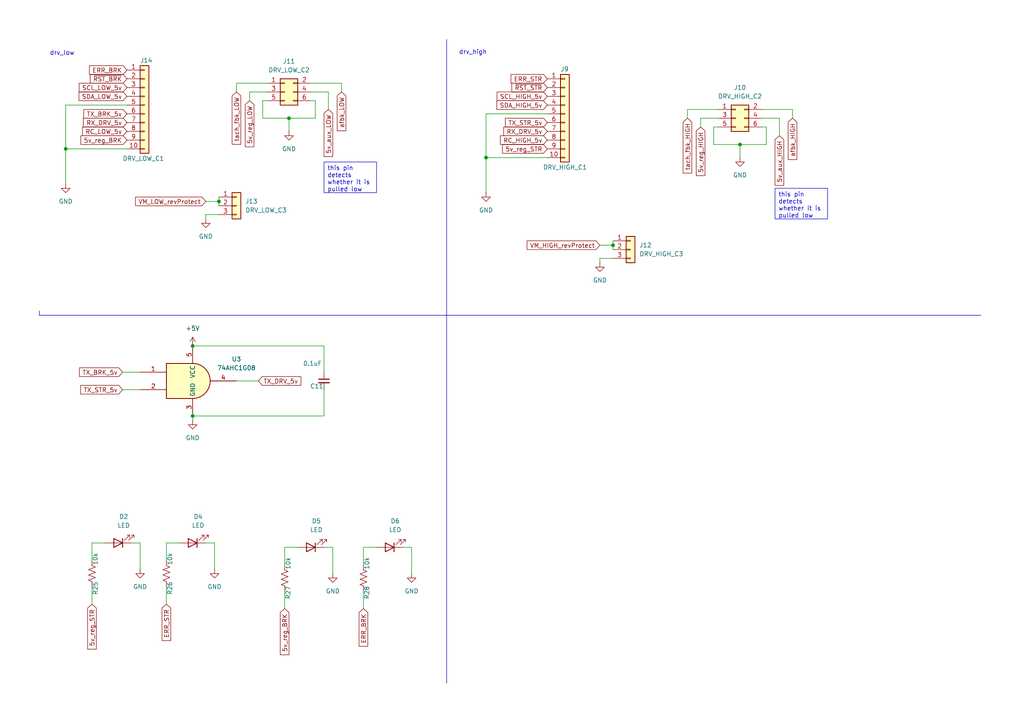
<source format=kicad_sch>
(kicad_sch (version 20231120) (generator "eeschema") (generator_version "8.0")
  (paper "A4")
  (title_block (title "AAV edge motor controller") (date "2025-02-02") (rev "1") (company "Charlie Wadds"))
  (lib_symbols
    (symbol "74xGxx:74AHC1G08"
      (property "Reference" "U" (at -2.54 3.81 0))
      (property "Value" "74AHC1G08" (at 0 -3.81 0))
      (symbol "74AHC1G08_0_1"
        (arc (start 0 -5.08) (mid 5.0579 0) (end 0 5.08) (stroke (width 0.254)) (fill (type background)))
        (polyline (pts (xy 0 -5.08) (xy -7.62 -5.08) (xy -7.62 5.08) (xy 0 5.08)) (stroke (width 0.254)) (fill (type background)))
      )
      (symbol "74AHC1G08_1_1"
        (pin input line (at -15.24 2.54 0) (length 7.62) (name "~") (number "1"))
        (pin input line (at -15.24 -2.54 0) (length 7.62) (name "~") (number "2"))
        (pin power_in line (at 0 -10.16 90) (length 5.08) (name "GND") (number "3"))
        (pin output line (at 12.7 0 180) (length 7.62) (name "~") (number "4"))
        (pin power_in line (at 0 10.16 270) (length 5.08) (name "VCC") (number "5"))
      )
    )
    (symbol "Connector_Generic:Conn_01x10" (pin_names (offset 1.016) hide)
      (property "Reference" "J" (at 0 12.7 0))
      (property "Value" "Conn_01x10" (at 0 -15.24 0))
      (symbol "Conn_01x10_1_1"
        (rectangle (start -1.27 -12.573) (end 0 -12.827) (stroke (width 0.1524)))
        (rectangle (start -1.27 -10.033) (end 0 -10.287) (stroke (width 0.1524)))
        (rectangle (start -1.27 -7.493) (end 0 -7.747) (stroke (width 0.1524)))
        (rectangle (start -1.27 -4.953) (end 0 -5.207) (stroke (width 0.1524)))
        (rectangle (start -1.27 -2.413) (end 0 -2.667) (stroke (width 0.1524)))
        (rectangle (start -1.27 0.127) (end 0 -0.127) (stroke (width 0.1524)))
        (rectangle (start -1.27 2.667) (end 0 2.413) (stroke (width 0.1524)))
        (rectangle (start -1.27 5.207) (end 0 4.953) (stroke (width 0.1524)))
        (rectangle (start -1.27 7.747) (end 0 7.493) (stroke (width 0.1524)))
        (rectangle (start -1.27 10.287) (end 0 10.033) (stroke (width 0.1524)))
        (rectangle (start -1.27 11.43) (end 1.27 -13.97) (stroke (width 0.254)) (fill (type background)))
        (pin passive line (at -5.08 10.16 0) (length 3.81) (name "Pin_1") (number "1"))
        (pin passive line (at -5.08 -12.7 0) (length 3.81) (name "Pin_10") (number "10"))
        (pin passive line (at -5.08 7.62 0) (length 3.81) (name "Pin_2") (number "2"))
        (pin passive line (at -5.08 5.08 0) (length 3.81) (name "Pin_3") (number "3"))
        (pin passive line (at -5.08 2.54 0) (length 3.81) (name "Pin_4") (number "4"))
        (pin passive line (at -5.08 0 0) (length 3.81) (name "Pin_5") (number "5"))
        (pin passive line (at -5.08 -2.54 0) (length 3.81) (name "Pin_6") (number "6"))
        (pin passive line (at -5.08 -5.08 0) (length 3.81) (name "Pin_7") (number "7"))
        (pin passive line (at -5.08 -7.62 0) (length 3.81) (name "Pin_8") (number "8"))
        (pin passive line (at -5.08 -10.16 0) (length 3.81) (name "Pin_9") (number "9"))
      )
    )
    (symbol "Device:C_Small" (pin_numbers hide) (pin_names (offset 0.254) hide)
      (property "Reference" "C" (at 0.254 1.778 0))
      (property "Value" "C_Small" (at 0.254 -2.032 0))
      (symbol "C_Small_0_1"
        (polyline (pts (xy -1.524 -0.508) (xy 1.524 -0.508)) (stroke (width 0.3302)))
        (polyline (pts (xy -1.524 0.508) (xy 1.524 0.508)) (stroke (width 0.3048)))
      )
      (symbol "C_Small_1_1"
        (pin passive line (at 0 2.54 270) (length 2.032) (name "~") (number "1"))
        (pin passive line (at 0 -2.54 90) (length 2.032) (name "~") (number "2"))
      )
    )
    (symbol "Device:LED" (pin_numbers hide) (pin_names (offset 1.016) hide)
      (property "Reference" "D" (at 0 2.54 0))
      (property "Value" "LED" (at 0 -2.54 0))
      (symbol "LED_0_1"
        (polyline (pts (xy -1.27 -1.27) (xy -1.27 1.27)) (stroke (width 0.254)))
        (polyline (pts (xy -1.27 0) (xy 1.27 0)))
        (polyline (pts (xy 1.27 -1.27) (xy 1.27 1.27) (xy -1.27 0) (xy 1.27 -1.27)) (stroke (width 0.254)))
        (polyline (pts (xy -3.048 -0.762) (xy -4.572 -2.286) (xy -3.81 -2.286) (xy -4.572 -2.286) (xy -4.572 -1.524)))
        (polyline (pts (xy -1.778 -0.762) (xy -3.302 -2.286) (xy -2.54 -2.286) (xy -3.302 -2.286) (xy -3.302 -1.524)))
      )
      (symbol "LED_1_1"
        (pin passive line (at -3.81 0 0) (length 2.54) (name "K") (number "1"))
        (pin passive line (at 3.81 0 180) (length 2.54) (name "A") (number "2"))
      )
    )
    (symbol "Device:R_US" (pin_numbers hide) (pin_names (offset 0))
      (property "Reference" "R" (at 2.54 0 90))
      (property "Value" "R_US" (at -2.54 0 90))
      (symbol "R_US_0_1"
        (polyline (pts (xy 0 -2.286) (xy 0 -2.54)))
        (polyline (pts (xy 0 2.286) (xy 0 2.54)))
        (polyline (pts (xy 0 -0.762) (xy 1.016 -1.143) (xy 0 -1.524) (xy -1.016 -1.905) (xy 0 -2.286)))
        (polyline (pts (xy 0 0.762) (xy 1.016 0.381) (xy 0 0) (xy -1.016 -0.381) (xy 0 -0.762)))
        (polyline (pts (xy 0 2.286) (xy 1.016 1.905) (xy 0 1.524) (xy -1.016 1.143) (xy 0 0.762)))
      )
      (symbol "R_US_1_1"
        (pin passive line (at 0 3.81 270) (length 1.27) (name "~") (number "1"))
        (pin passive line (at 0 -3.81 90) (length 1.27) (name "~") (number "2"))
      )
    )
    (symbol "PCM_4ms_Connector:Conn_01x03" (pin_names (offset 1.016) hide)
      (property "Reference" "J" (at 0 5.08 0))
      (property "Value" "Conn_01x03" (at 0 -5.08 0))
      (symbol "Conn_01x03_1_1"
        (rectangle (start -1.27 -2.413) (end 0 -2.667) (stroke (width 0.1524)))
        (rectangle (start -1.27 0.127) (end 0 -0.127) (stroke (width 0.1524)))
        (rectangle (start -1.27 2.667) (end 0 2.413) (stroke (width 0.1524)))
        (rectangle (start -1.27 3.81) (end 1.27 -3.81) (stroke (width 0.254)) (fill (type background)))
        (pin passive line (at -5.08 2.54 0) (length 3.81) (name "Pin_1") (number "1"))
        (pin passive line (at -5.08 0 0) (length 3.81) (name "Pin_2") (number "2"))
        (pin passive line (at -5.08 -2.54 0) (length 3.81) (name "Pin_3") (number "3"))
      )
    )
    (symbol "PCM_4ms_Connector:Conn_02x03" (pin_names (offset 0.0254) hide)
      (property "Reference" "J" (at 0 5.08 0))
      (property "Value" "Conn_02x03" (at 0 7.62 0))
      (symbol "Conn_02x03_0_1"
        (rectangle (start -2.54 -2.413) (end -1.27 -2.667) (stroke (width 0.1524)))
        (rectangle (start -2.54 0.127) (end -1.27 -0.127) (stroke (width 0.1524)))
        (rectangle (start -2.54 2.667) (end -1.27 2.413) (stroke (width 0.1524)))
        (rectangle (start -2.54 3.81) (end 2.54 -3.81) (stroke (width 0.254)) (fill (type background)))
        (rectangle (start 1.27 -2.413) (end 2.54 -2.667) (stroke (width 0.1524)))
        (rectangle (start 1.27 0.127) (end 2.54 -0.127) (stroke (width 0.1524)))
        (rectangle (start 1.27 2.667) (end 2.54 2.413) (stroke (width 0.1524)))
      )
      (symbol "Conn_02x03_1_1"
        (pin passive line (at -6.35 2.54 0) (length 3.81) (name "+12V") (number "1"))
        (pin passive line (at 6.35 2.54 180) (length 3.81) (name "+12V") (number "2"))
        (pin passive line (at -6.35 0 0) (length 3.81) (name "GND") (number "3"))
        (pin passive line (at 6.35 0 180) (length 3.81) (name "GND") (number "4"))
        (pin passive line (at -6.35 -2.54 0) (length 3.81) (name "GND") (number "5"))
        (pin passive line (at 6.35 -2.54 180) (length 3.81) (name "GND") (number "6"))
      )
    )
    (symbol "power:+5V" (power) (pin_numbers hide) (pin_names (offset 0) hide)
      (property "Value" "+5V" (at 0 3.556 0))
      (symbol "+5V_0_1"
        (polyline (pts (xy -0.762 1.27) (xy 0 2.54)))
        (polyline (pts (xy 0 0) (xy 0 2.54)))
        (polyline (pts (xy 0 2.54) (xy 0.762 1.27)))
      )
      (symbol "+5V_1_1"
        (pin power_in line (at 0 0 90) (length 0) (name "~") (number "1"))
      )
    )
    (symbol "power:GND" (power) (pin_numbers hide) (pin_names (offset 0) hide)
      (property "Value" "GND" (at 0 -3.81 0))
      (symbol "GND_0_1"
        (polyline (pts (xy 0 0) (xy 0 -1.27) (xy 1.27 -1.27) (xy 0 -2.54) (xy -1.27 -1.27) (xy 0 -1.27)))
      )
      (symbol "GND_1_1"
        (pin power_in line (at 0 0 270) (length 0) (name "~") (number "1"))
      )
    )
  )
  (junction (at 214.63 41.91))
  (junction (at 140.97 45.72))
  (junction (at 55.88 100.33))
  (junction (at 63.5 58.42))
  (junction (at 177.8 71.12))
  (junction (at 19.05 43.18))
  (junction (at 55.88 120.65))
  (junction (at 83.82 34.29))
  (wire (pts (xy 72.39 29.21) (xy 72.39 26.67)))
  (wire (pts (xy 119.38 166.37) (xy 119.38 158.75)))
  (wire (pts (xy 93.98 100.33) (xy 93.98 107.95)))
  (wire (pts (xy 207.01 41.91) (xy 207.01 36.83)))
  (wire (pts (xy 40.64 157.48) (xy 38.1 157.48)))
  (wire (pts (xy 96.52 158.75) (xy 93.98 158.75)))
  (wire (pts (xy 40.64 165.1) (xy 40.64 157.48)))
  (wire (pts (xy 95.25 26.67) (xy 90.17 26.67)))
  (wire (pts (xy 173.99 74.93) (xy 177.8 74.93)))
  (wire (pts (xy 222.25 36.83) (xy 222.25 41.91)))
  (wire (pts (xy 55.88 120.65) (xy 55.88 121.92)))
  (wire (pts (xy 99.06 24.13) (xy 90.17 24.13)))
  (wire (pts (xy 82.55 171.45) (xy 82.55 176.53)))
  (polyline (pts (xy 284.48 91.44) (xy 11.43 91.44)))
  (wire (pts (xy 229.87 34.29) (xy 229.87 31.75)))
  (wire (pts (xy 68.58 24.13) (xy 77.47 24.13)))
  (wire (pts (xy 83.82 34.29) (xy 76.2 34.29)))
  (wire (pts (xy 199.39 31.75) (xy 208.28 31.75)))
  (wire (pts (xy 214.63 41.91) (xy 207.01 41.91)))
  (wire (pts (xy 105.41 158.75) (xy 109.22 158.75)))
  (wire (pts (xy 59.69 62.23) (xy 63.5 62.23)))
  (wire (pts (xy 91.44 29.21) (xy 91.44 34.29)))
  (wire (pts (xy 19.05 43.18) (xy 19.05 30.48)))
  (wire (pts (xy 140.97 33.02) (xy 158.75 33.02)))
  (wire (pts (xy 19.05 53.34) (xy 19.05 43.18)))
  (wire (pts (xy 140.97 45.72) (xy 140.97 33.02)))
  (wire (pts (xy 177.8 71.12) (xy 177.8 69.85)))
  (wire (pts (xy 95.25 31.75) (xy 95.25 26.67)))
  (wire (pts (xy 177.8 71.12) (xy 177.8 72.39)))
  (wire (pts (xy 93.98 120.65) (xy 93.98 113.03)))
  (wire (pts (xy 35.56 107.95) (xy 40.64 107.95)))
  (wire (pts (xy 173.99 76.2) (xy 173.99 74.93)))
  (wire (pts (xy 48.26 157.48) (xy 52.07 157.48)))
  (wire (pts (xy 203.2 34.29) (xy 208.28 34.29)))
  (wire (pts (xy 76.2 34.29) (xy 76.2 29.21)))
  (wire (pts (xy 48.26 162.56) (xy 48.26 157.48)))
  (wire (pts (xy 82.55 163.83) (xy 82.55 158.75)))
  (wire (pts (xy 91.44 34.29) (xy 83.82 34.29)))
  (polyline (pts (xy 129.54 11.43) (xy 129.54 198.12)))
  (wire (pts (xy 229.87 31.75) (xy 220.98 31.75)))
  (wire (pts (xy 26.67 170.18) (xy 26.67 175.26)))
  (wire (pts (xy 140.97 45.72) (xy 158.75 45.72)))
  (wire (pts (xy 76.2 29.21) (xy 77.47 29.21)))
  (wire (pts (xy 62.23 165.1) (xy 62.23 157.48)))
  (wire (pts (xy 26.67 157.48) (xy 30.48 157.48)))
  (wire (pts (xy 99.06 26.67) (xy 99.06 24.13)))
  (wire (pts (xy 35.56 113.03) (xy 40.64 113.03)))
  (wire (pts (xy 214.63 45.72) (xy 214.63 41.91)))
  (polyline (pts (xy 11.43 90.17) (xy 11.43 91.44)))
  (wire (pts (xy 96.52 166.37) (xy 96.52 158.75)))
  (wire (pts (xy 140.97 55.88) (xy 140.97 45.72)))
  (wire (pts (xy 62.23 157.48) (xy 59.69 157.48)))
  (wire (pts (xy 59.69 58.42) (xy 63.5 58.42)))
  (wire (pts (xy 91.44 29.21) (xy 90.17 29.21)))
  (wire (pts (xy 72.39 26.67) (xy 77.47 26.67)))
  (wire (pts (xy 19.05 30.48) (xy 36.83 30.48)))
  (wire (pts (xy 83.82 38.1) (xy 83.82 34.29)))
  (wire (pts (xy 226.06 39.37) (xy 226.06 34.29)))
  (wire (pts (xy 63.5 58.42) (xy 63.5 59.69)))
  (wire (pts (xy 222.25 41.91) (xy 214.63 41.91)))
  (wire (pts (xy 68.58 110.49) (xy 74.93 110.49)))
  (wire (pts (xy 55.88 120.65) (xy 93.98 120.65)))
  (wire (pts (xy 173.99 71.12) (xy 177.8 71.12)))
  (wire (pts (xy 63.5 58.42) (xy 63.5 57.15)))
  (wire (pts (xy 48.26 170.18) (xy 48.26 175.26)))
  (wire (pts (xy 222.25 36.83) (xy 220.98 36.83)))
  (wire (pts (xy 68.58 26.67) (xy 68.58 24.13)))
  (wire (pts (xy 26.67 162.56) (xy 26.67 157.48)))
  (wire (pts (xy 19.05 43.18) (xy 36.83 43.18)))
  (wire (pts (xy 105.41 163.83) (xy 105.41 158.75)))
  (wire (pts (xy 203.2 36.83) (xy 203.2 34.29)))
  (wire (pts (xy 105.41 171.45) (xy 105.41 176.53)))
  (wire (pts (xy 119.38 158.75) (xy 116.84 158.75)))
  (wire (pts (xy 226.06 34.29) (xy 220.98 34.29)))
  (wire (pts (xy 82.55 158.75) (xy 86.36 158.75)))
  (wire (pts (xy 207.01 36.83) (xy 208.28 36.83)))
  (wire (pts (xy 59.69 63.5) (xy 59.69 62.23)))
  (wire (pts (xy 55.88 100.33) (xy 93.98 100.33)))
  (wire (pts (xy 199.39 34.29) (xy 199.39 31.75)))
  (text_box "this pin detects whether it is pulled low" (at 224.79 54.61 0) (size 15.24 8.89) (effects (font (size 1.27 1.27)) (justify left top)))
  (text_box "this pin detects whether it is pulled low" (at 93.98 46.99 0) (size 15.24 8.89) (effects (font (size 1.27 1.27)) (justify left top)))
  (text "drv_high" (at 137.16 15.24 0) (effects (font (size 1.27 1.27))))
  (text "drv_low" (at 18.034 15.494 0) (effects (font (size 1.27 1.27))))
  (global_label "tach_fbk_HIGH" (shape input) (at 199.39 34.29 270) (property "Intersheetrefs" "${INTERSHEET_REFS}" (effects (hide yes))))
  (global_label "TX_STR_5v" (shape input) (at 158.75 35.56 180) (property "Intersheetrefs" "${INTERSHEET_REFS}" (effects (hide yes))))
  (global_label "5v_aux_HIGH" (shape input) (at 226.06 39.37 270) (property "Intersheetrefs" "${INTERSHEET_REFS}" (effects (hide yes))))
  (global_label "~{RST_BRK}" (shape input) (at 36.83 22.86 180) (property "Intersheetrefs" "${INTERSHEET_REFS}" (effects (hide yes))))
  (global_label "5v_reg_LOW" (shape input) (at 72.39 29.21 270) (property "Intersheetrefs" "${INTERSHEET_REFS}" (effects (hide yes))))
  (global_label "TX_BRK_5v" (shape input) (at 35.56 107.95 180) (property "Intersheetrefs" "${INTERSHEET_REFS}" (effects (hide yes))))
  (global_label "TX_BRK_5v" (shape input) (at 36.83 33.02 180) (property "Intersheetrefs" "${INTERSHEET_REFS}" (effects (hide yes))))
  (global_label "RC_LOW_5v" (shape input) (at 36.83 38.1 180) (property "Intersheetrefs" "${INTERSHEET_REFS}" (effects (hide yes))))
  (global_label "ERR_STR" (shape input) (at 48.26 175.26 270) (property "Intersheetrefs" "${INTERSHEET_REFS}" (effects (hide yes))))
  (global_label "afbk_HIGH" (shape input) (at 229.87 34.29 270) (property "Intersheetrefs" "${INTERSHEET_REFS}" (effects (hide yes))))
  (global_label "SDA_LOW_5v" (shape input) (at 36.83 27.94 180) (property "Intersheetrefs" "${INTERSHEET_REFS}" (effects (hide yes))))
  (global_label "RX_DRV_5v" (shape input) (at 36.83 35.56 180) (property "Intersheetrefs" "${INTERSHEET_REFS}" (effects (hide yes))))
  (global_label "SCL_LOW_5v" (shape input) (at 36.83 25.4 180) (property "Intersheetrefs" "${INTERSHEET_REFS}" (effects (hide yes))))
  (global_label "5v_reg_BRK" (shape input) (at 36.83 40.64 180) (property "Intersheetrefs" "${INTERSHEET_REFS}" (effects (hide yes))))
  (global_label "afbk_LOW" (shape input) (at 99.06 26.67 270) (property "Intersheetrefs" "${INTERSHEET_REFS}" (effects (hide yes))))
  (global_label "ERR_BRK" (shape input) (at 36.83 20.32 180) (property "Intersheetrefs" "${INTERSHEET_REFS}" (effects (hide yes))))
  (global_label "RC_HIGH_5v" (shape input) (at 158.75 40.64 180) (property "Intersheetrefs" "${INTERSHEET_REFS}" (effects (hide yes))))
  (global_label "5v_reg_BRK" (shape input) (at 82.55 176.53 270) (property "Intersheetrefs" "${INTERSHEET_REFS}" (effects (hide yes))))
  (global_label "5v_reg_STR" (shape input) (at 158.75 43.18 180) (property "Intersheetrefs" "${INTERSHEET_REFS}" (effects (hide yes))))
  (global_label "5v_reg_HIGH" (shape input) (at 203.2 36.83 270) (property "Intersheetrefs" "${INTERSHEET_REFS}" (effects (hide yes))))
  (global_label "SDA_HIGH_5v" (shape input) (at 158.75 30.48 180) (property "Intersheetrefs" "${INTERSHEET_REFS}" (effects (hide yes))))
  (global_label "5v_aux_LOW" (shape input) (at 95.25 31.75 270) (property "Intersheetrefs" "${INTERSHEET_REFS}" (effects (hide yes))))
  (global_label "~{RST_STR}" (shape input) (at 158.75 25.4 180) (property "Intersheetrefs" "${INTERSHEET_REFS}" (effects (hide yes))))
  (global_label "5v_reg_STR" (shape input) (at 26.67 175.26 270) (property "Intersheetrefs" "${INTERSHEET_REFS}" (effects (hide yes))))
  (global_label "TX_STR_5v" (shape input) (at 35.56 113.03 180) (property "Intersheetrefs" "${INTERSHEET_REFS}" (effects (hide yes))))
  (global_label "tach_fbk_LOW" (shape input) (at 68.58 26.67 270) (property "Intersheetrefs" "${INTERSHEET_REFS}" (effects (hide yes))))
  (global_label "TX_DRV_5v" (shape input) (at 74.93 110.49 0) (property "Intersheetrefs" "${INTERSHEET_REFS}" (effects (hide yes))))
  (global_label "RX_DRV_5v" (shape input) (at 158.75 38.1 180) (property "Intersheetrefs" "${INTERSHEET_REFS}" (effects (hide yes))))
  (global_label "ERR_STR" (shape input) (at 158.75 22.86 180) (property "Intersheetrefs" "${INTERSHEET_REFS}" (effects (hide yes))))
  (global_label "SCL_HIGH_5v" (shape input) (at 158.75 27.94 180) (property "Intersheetrefs" "${INTERSHEET_REFS}" (effects (hide yes))))
  (global_label "ERR_BRK" (shape input) (at 105.41 176.53 270) (property "Intersheetrefs" "${INTERSHEET_REFS}" (effects (hide yes))))
  (global_label "VM_LOW_revProtect" (shape input) (at 59.69 58.42 180) (property "Intersheetrefs" "${INTERSHEET_REFS}" (effects (hide yes))))
  (global_label "VM_HIGH_revProtect" (shape input) (at 173.99 71.12 180) (property "Intersheetrefs" "${INTERSHEET_REFS}" (effects (hide yes))))
  (symbol (lib_id "Device:C_Small") (at 93.98 110.49 0) (unit 1)
    (property "Reference" "C11" (at 89.916 112.014 0) (effects (justify left)))
    (property "Value" "0.1uF" (at 87.884 105.41 0) (effects (justify left)))
    (property "Footprint" "Capacitor_SMD:C_1206_3216Metric" (effects (hide yes)))
    (property "Description" "Unpolarized capacitor, small symbol" (effects (hide yes)))
  )
  (symbol (lib_id "power:GND") (at 83.82 38.1 0) (unit 1)
    (property "Reference" "#PWR029" (effects (hide yes)))
    (property "Value" "GND" (at 83.82 43.18 0))
    (property "Description" "Power symbol creates a global label with name \"GND\" , ground" (effects (hide yes)))
  )
  (symbol (lib_id "power:GND") (at 19.05 53.34 0) (unit 1)
    (property "Reference" "#PWR032" (effects (hide yes)))
    (property "Value" "GND" (at 19.05 58.42 0))
    (property "Description" "Power symbol creates a global label with name \"GND\" , ground" (effects (hide yes)))
  )
  (symbol (lib_id "power:GND") (at 40.64 165.1 0) (unit 1)
    (property "Reference" "#PWR067" (effects (hide yes)))
    (property "Value" "GND" (at 40.64 170.18 0))
    (property "Description" "Power symbol creates a global label with name \"GND\" , ground" (effects (hide yes)))
  )
  (symbol (lib_id "Device:R_US") (at 105.41 167.64 180) (unit 1)
    (property "Reference" "R28" (at 106.426 169.926 90) (effects (justify left)))
    (property "Value" "10k" (at 106.426 161.544 90) (effects (justify left)))
    (property "Footprint" "Resistor_SMD:R_1206_3216Metric" (effects (hide yes)))
    (property "Description" "Resistor, US symbol" (effects (hide yes)))
  )
  (symbol (lib_id "Device:LED") (at 55.88 157.48 180) (unit 1)
    (property "Reference" "D4" (at 57.4675 149.86 0))
    (property "Value" "LED" (at 57.4675 152.4 0))
    (property "Footprint" "LED_SMD:LED_1206_3216Metric_Pad1.42x1.75mm_HandSolder" (effects (hide yes)))
    (property "Description" "Light emitting diode" (effects (hide yes)))
  )
  (symbol (lib_id "PCM_4ms_Connector:Conn_01x03") (at 182.88 72.39 0) (unit 1)
    (property "Reference" "J12" (at 185.42 71.1199 0) (effects (justify left)))
    (property "Value" "DRV_HIGH_C3" (at 185.42 73.6599 0) (effects (justify left)))
    (property "Footprint" "Connector_PinSocket_2.54mm:PinSocket_1x03_P2.54mm_Vertical" (effects (hide yes)))
    (property "Description" "HEADER 1x3 MALE PINS 0.100” 180deg" (effects (hide yes)))
    (property "Specifications" "HEADER 1x3 MALE PINS 0.100” 180deg" (effects (hide yes)))
    (property "Manufacturer" "TAD" (effects (hide yes)))
    (property "Part Number" "1-0301FBV0T" (effects (hide yes)))
  )
  (symbol (lib_id "PCM_4ms_Connector:Conn_02x03") (at 83.82 26.67 0) (unit 1)
    (property "Reference" "J11" (at 83.82 17.78 0))
    (property "Value" "DRV_LOW_C2" (at 83.82 20.32 0))
    (property "Footprint" "Connector_PinSocket_2.54mm:PinSocket_2x03_P2.54mm_Vertical" (effects (hide yes)))
    (property "Description" "HEADER 2x3 MALE PINS 0.100” 180deg" (effects (hide yes)))
    (property "Specifications" "HEADER 2x3 MALE PINS 0.100” 180deg" (effects (hide yes)))
    (property "Manufacturer" "Cixi Langlin" (effects (hide yes)))
    (property "Part Number" "LL1009-2A, 2.54MM 2*3PIN HEADER,LENGTH=20MM" (effects (hide yes)))
  )
  (symbol (lib_id "power:GND") (at 59.69 63.5 0) (unit 1)
    (property "Reference" "#PWR031" (effects (hide yes)))
    (property "Value" "GND" (at 59.69 68.58 0))
    (property "Description" "Power symbol creates a global label with name \"GND\" , ground" (effects (hide yes)))
  )
  (symbol (lib_id "power:GND") (at 62.23 165.1 0) (unit 1)
    (property "Reference" "#PWR068" (effects (hide yes)))
    (property "Value" "GND" (at 62.23 170.18 0))
    (property "Description" "Power symbol creates a global label with name \"GND\" , ground" (effects (hide yes)))
  )
  (symbol (lib_id "Connector_Generic:Conn_01x10") (at 163.83 33.02 0) (unit 1)
    (property "Reference" "J9" (at 162.56 20.066 0) (effects (justify left)))
    (property "Value" "DRV_HIGH_C1" (at 157.48 48.514 0) (effects (justify left)))
    (property "Footprint" "Connector_PinSocket_2.54mm:PinSocket_1x10_P2.54mm_Vertical" (effects (hide yes)))
    (property "Description" "Generic connector, single row, 01x10, script generated (kicad-library-utils/schlib/autogen/connector/)" (effects (hide yes)))
  )
  (symbol (lib_id "74xGxx:74AHC1G08") (at 55.88 110.49 0) (unit 1)
    (property "Reference" "U3" (at 68.58 104.1714 0))
    (property "Value" "74AHC1G08" (at 68.58 106.7114 0))
    (property "Footprint" "Package_TO_SOT_SMD:SOT-23-5_HandSoldering" (effects (hide yes)))
    (property "Datasheet" "http://www.ti.com/lit/sg/scyt129e/scyt129e.pdf" (effects (hide yes)))
    (property "Description" "Single AND Gate, Low-Voltage CMOS" (effects (hide yes)))
  )
  (symbol (lib_id "power:+5V") (at 55.88 100.33 0) (unit 1)
    (property "Reference" "#PWR036" (effects (hide yes)))
    (property "Value" "+5V" (at 55.88 95.25 0))
    (property "Description" "Power symbol creates a global label with name \"+5V\"" (effects (hide yes)))
  )
  (symbol (lib_id "PCM_4ms_Connector:Conn_01x03") (at 68.58 59.69 0) (unit 1)
    (property "Reference" "J13" (at 71.12 58.4199 0) (effects (justify left)))
    (property "Value" "DRV_LOW_C3" (at 71.12 60.9599 0) (effects (justify left)))
    (property "Footprint" "Connector_PinSocket_2.54mm:PinSocket_1x03_P2.54mm_Vertical" (effects (hide yes)))
    (property "Description" "HEADER 1x3 MALE PINS 0.100” 180deg" (effects (hide yes)))
    (property "Specifications" "HEADER 1x3 MALE PINS 0.100” 180deg" (effects (hide yes)))
    (property "Manufacturer" "TAD" (effects (hide yes)))
    (property "Part Number" "1-0301FBV0T" (effects (hide yes)))
  )
  (symbol (lib_id "power:GND") (at 119.38 166.37 0) (unit 1)
    (property "Reference" "#PWR070" (effects (hide yes)))
    (property "Value" "GND" (at 119.38 171.45 0))
    (property "Description" "Power symbol creates a global label with name \"GND\" , ground" (effects (hide yes)))
  )
  (symbol (lib_id "power:GND") (at 140.97 55.88 0) (unit 1)
    (property "Reference" "#PWR027" (effects (hide yes)))
    (property "Value" "GND" (at 140.97 60.96 0))
    (property "Description" "Power symbol creates a global label with name \"GND\" , ground" (effects (hide yes)))
  )
  (symbol (lib_id "power:GND") (at 173.99 76.2 0) (unit 1)
    (property "Reference" "#PWR030" (effects (hide yes)))
    (property "Value" "GND" (at 173.99 81.28 0))
    (property "Description" "Power symbol creates a global label with name \"GND\" , ground" (effects (hide yes)))
  )
  (symbol (lib_id "power:GND") (at 96.52 166.37 0) (unit 1)
    (property "Reference" "#PWR069" (effects (hide yes)))
    (property "Value" "GND" (at 96.52 171.45 0))
    (property "Description" "Power symbol creates a global label with name \"GND\" , ground" (effects (hide yes)))
  )
  (symbol (lib_id "Device:R_US") (at 48.26 166.37 180) (unit 1)
    (property "Reference" "R26" (at 49.276 168.656 90) (effects (justify left)))
    (property "Value" "10k" (at 49.276 160.274 90) (effects (justify left)))
    (property "Footprint" "Resistor_SMD:R_1206_3216Metric" (effects (hide yes)))
    (property "Description" "Resistor, US symbol" (effects (hide yes)))
  )
  (symbol (lib_id "Device:LED") (at 90.17 158.75 180) (unit 1)
    (property "Reference" "D5" (at 91.7575 151.13 0))
    (property "Value" "LED" (at 91.7575 153.67 0))
    (property "Footprint" "LED_SMD:LED_1206_3216Metric_Pad1.42x1.75mm_HandSolder" (effects (hide yes)))
    (property "Description" "Light emitting diode" (effects (hide yes)))
  )
  (symbol (lib_id "Device:LED") (at 113.03 158.75 180) (unit 1)
    (property "Reference" "D6" (at 114.6175 151.13 0))
    (property "Value" "LED" (at 114.6175 153.67 0))
    (property "Footprint" "LED_SMD:LED_1206_3216Metric_Pad1.42x1.75mm_HandSolder" (effects (hide yes)))
    (property "Description" "Light emitting diode" (effects (hide yes)))
  )
  (symbol (lib_id "power:GND") (at 214.63 45.72 0) (unit 1)
    (property "Reference" "#PWR028" (effects (hide yes)))
    (property "Value" "GND" (at 214.63 50.8 0))
    (property "Description" "Power symbol creates a global label with name \"GND\" , ground" (effects (hide yes)))
  )
  (symbol (lib_id "power:GND") (at 55.88 121.92 0) (unit 1)
    (property "Reference" "#PWR037" (effects (hide yes)))
    (property "Value" "GND" (at 55.88 127 0))
    (property "Description" "Power symbol creates a global label with name \"GND\" , ground" (effects (hide yes)))
  )
  (symbol (lib_id "Device:LED") (at 34.29 157.48 180) (unit 1)
    (property "Reference" "D2" (at 35.8775 149.86 0))
    (property "Value" "LED" (at 35.8775 152.4 0))
    (property "Footprint" "LED_SMD:LED_1206_3216Metric_Pad1.42x1.75mm_HandSolder" (effects (hide yes)))
    (property "Description" "Light emitting diode" (effects (hide yes)))
  )
  (symbol (lib_id "PCM_4ms_Connector:Conn_02x03") (at 214.63 34.29 0) (unit 1)
    (property "Reference" "J10" (at 214.63 25.4 0))
    (property "Value" "DRV_HIGH_C2" (at 214.63 27.94 0))
    (property "Footprint" "Connector_PinSocket_2.54mm:PinSocket_2x03_P2.54mm_Vertical" (effects (hide yes)))
    (property "Description" "HEADER 2x3 MALE PINS 0.100” 180deg" (effects (hide yes)))
    (property "Specifications" "HEADER 2x3 MALE PINS 0.100” 180deg" (effects (hide yes)))
    (property "Manufacturer" "Cixi Langlin" (effects (hide yes)))
    (property "Part Number" "LL1009-2A, 2.54MM 2*3PIN HEADER,LENGTH=20MM" (effects (hide yes)))
  )
  (symbol (lib_id "Device:R_US") (at 82.55 167.64 180) (unit 1)
    (property "Reference" "R27" (at 83.566 169.926 90) (effects (justify left)))
    (property "Value" "10k" (at 83.566 161.544 90) (effects (justify left)))
    (property "Footprint" "Resistor_SMD:R_1206_3216Metric" (effects (hide yes)))
    (property "Description" "Resistor, US symbol" (effects (hide yes)))
  )
  (symbol (lib_id "Connector_Generic:Conn_01x10") (at 41.91 30.48 0) (unit 1)
    (property "Reference" "J14" (at 40.64 17.526 0) (effects (justify left)))
    (property "Value" "DRV_LOW_C1" (at 35.56 45.974 0) (effects (justify left)))
    (property "Footprint" "Connector_PinSocket_2.54mm:PinSocket_1x10_P2.54mm_Vertical" (effects (hide yes)))
    (property "Description" "Generic connector, single row, 01x10, script generated (kicad-library-utils/schlib/autogen/connector/)" (effects (hide yes)))
  )
  (symbol (lib_id "Device:R_US") (at 26.67 166.37 180) (unit 1)
    (property "Reference" "R25" (at 27.686 168.656 90) (effects (justify left)))
    (property "Value" "10k" (at 27.686 160.274 90) (effects (justify left)))
    (property "Footprint" "Resistor_SMD:R_1206_3216Metric" (effects (hide yes)))
    (property "Description" "Resistor, US symbol" (effects (hide yes)))
  )
)
</source>
